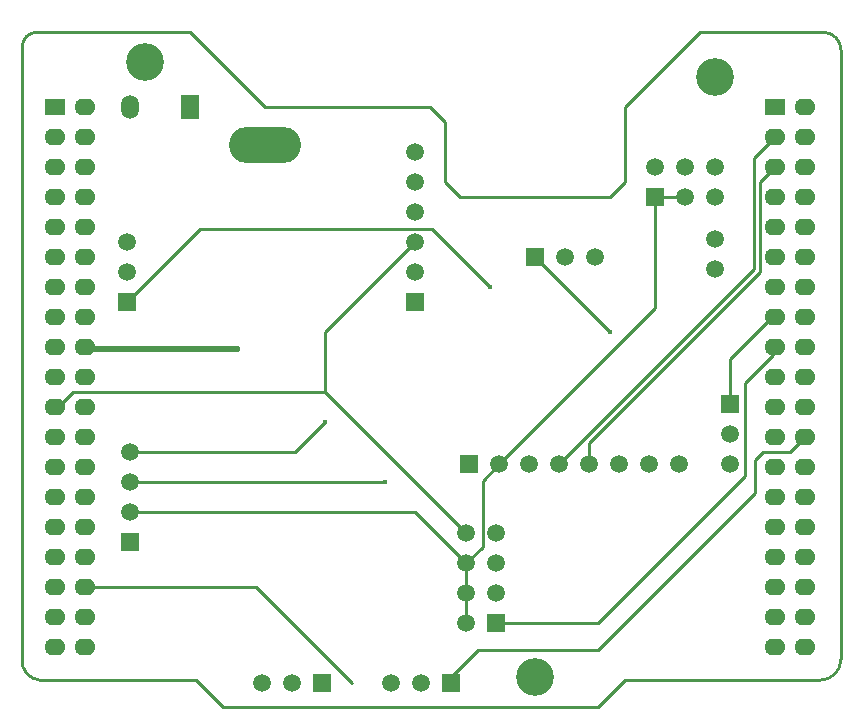
<source format=gtl>
G04*
G04 #@! TF.GenerationSoftware,Altium Limited,Altium Designer,20.0.2 (26)*
G04*
G04 Layer_Physical_Order=1*
G04 Layer_Color=255*
%FSLAX24Y24*%
%MOIN*%
G70*
G01*
G75*
%ADD12C,0.0100*%
%ADD23C,0.0230*%
%ADD25C,0.0197*%
%ADD26O,0.2400X0.1200*%
%ADD27C,0.0591*%
%ADD28R,0.0591X0.0591*%
%ADD29O,0.0700X0.0550*%
%ADD30R,0.0700X0.0550*%
%ADD31O,0.0600X0.0787*%
%ADD32R,0.0600X0.0787*%
%ADD33R,0.0591X0.0591*%
%ADD34C,0.1260*%
%ADD35C,0.0150*%
G36*
X12000Y21000D02*
D01*
D02*
G37*
D12*
X15000Y13000D02*
X17500Y10500D01*
X13800Y6100D02*
X19000Y11300D01*
Y15000D01*
X8000Y10500D02*
X11000Y13500D01*
X8000Y8500D02*
Y10500D01*
X11555Y13945D02*
X13500Y12000D01*
X3845Y13945D02*
X11555D01*
X1400Y11500D02*
X3845Y13945D01*
X13700Y700D02*
X13800Y800D01*
X19000Y15000D02*
X20000D01*
X22300Y16300D02*
X23000Y17000D01*
X22300Y12600D02*
Y16300D01*
X15800Y6100D02*
X22300Y12600D01*
X22500Y15500D02*
X23000Y16000D01*
X22500Y12517D02*
Y15500D01*
X16800Y6817D02*
X22500Y12517D01*
X1500Y5500D02*
X10000D01*
X7000Y6500D02*
X8000Y7500D01*
X1500Y6500D02*
X7000D01*
X-400Y8500D02*
X8000D01*
X11000Y4500D02*
X12700Y2800D01*
X1500Y4500D02*
X11000D01*
X-825Y8075D02*
X-400Y8500D01*
X-925Y8075D02*
X-825D01*
X23500Y6500D02*
X24000Y7000D01*
X22600Y6500D02*
X23500D01*
X22324Y6224D02*
X22600Y6500D01*
X22324Y5124D02*
Y6224D01*
X22000Y8800D02*
X22925Y9725D01*
X22000Y5700D02*
Y8800D01*
X17100Y800D02*
X22000Y5700D01*
X22925Y9725D02*
Y9925D01*
X0Y2000D02*
X5700D01*
X8900Y-1200D01*
X17100Y-100D02*
X22324Y5124D01*
X13100Y-100D02*
X17100D01*
X13800Y800D02*
X17100D01*
X22925Y9925D02*
X23000Y10000D01*
X12000Y-1200D02*
X13100Y-100D01*
X22900Y11000D02*
X23000D01*
X21500Y9600D02*
X22900Y11000D01*
X21500Y8100D02*
Y9600D01*
X16800Y6100D02*
Y6817D01*
X8000Y8500D02*
X12700Y3800D01*
X-1000Y8000D02*
X-925Y8075D01*
X12700Y2800D02*
X13250Y3350D01*
Y5550D01*
X13800Y6100D01*
X12700Y1800D02*
Y2800D01*
Y800D02*
Y1800D01*
X25200Y19900D02*
G03*
X24600Y20500I-600J0D01*
G01*
X-2100Y-400D02*
G03*
X-1500Y-1100I650J-50D01*
G01*
X-1600Y20500D02*
G03*
X-2100Y20000I0J-500D01*
G01*
X24500Y-1100D02*
G03*
X25200Y-400I0J700D01*
G01*
X-1600Y20500D02*
X3500D01*
X20500D02*
X24600D01*
X11500Y18000D02*
X12000Y17500D01*
X6000Y18000D02*
X11500D01*
X12000Y15500D02*
Y17500D01*
X3500Y20500D02*
X6000Y18000D01*
X12000Y15500D02*
X12500Y15000D01*
X17500D01*
X18000Y15500D01*
Y18000D01*
X20500Y20500D01*
X3700Y-1100D02*
X4600Y-2000D01*
X18000Y-1100D02*
X24500D01*
X17100Y-2000D02*
X18000Y-1100D01*
X-1500Y-1100D02*
X3700D01*
X25200Y19900D02*
X25200Y-400D01*
X-2100D02*
X-2100Y20000D01*
X4600Y-2000D02*
X17100D01*
D23*
X5050Y9950D02*
D03*
D25*
X50D02*
X5050D01*
X0Y10000D02*
X50Y9950D01*
D26*
X6000Y16750D02*
D03*
D27*
X21000Y12600D02*
D03*
Y13600D02*
D03*
X16000Y13000D02*
D03*
X17000D02*
D03*
X19800Y6100D02*
D03*
X18800D02*
D03*
X17800D02*
D03*
X16800D02*
D03*
X15800D02*
D03*
X14800D02*
D03*
X13800D02*
D03*
X21000Y16000D02*
D03*
Y15000D02*
D03*
X20000Y16000D02*
D03*
Y15000D02*
D03*
X19000Y16000D02*
D03*
X11000Y16500D02*
D03*
Y15500D02*
D03*
Y14500D02*
D03*
Y13500D02*
D03*
Y12500D02*
D03*
X1500Y6500D02*
D03*
Y5500D02*
D03*
Y4500D02*
D03*
X12700Y800D02*
D03*
X13700Y1800D02*
D03*
X12700D02*
D03*
X13700Y2800D02*
D03*
X12700D02*
D03*
X13700Y3800D02*
D03*
X12700D02*
D03*
X1400Y13500D02*
D03*
Y12500D02*
D03*
X21500Y6100D02*
D03*
Y7100D02*
D03*
X5900Y-1200D02*
D03*
X6900D02*
D03*
X10200D02*
D03*
X11200D02*
D03*
D28*
X15000Y13000D02*
D03*
X12800Y6100D02*
D03*
X19000Y15000D02*
D03*
X7900Y-1200D02*
D03*
X12200D02*
D03*
D29*
X24000Y18000D02*
D03*
Y6000D02*
D03*
Y7000D02*
D03*
Y8000D02*
D03*
Y10000D02*
D03*
Y11000D02*
D03*
Y12000D02*
D03*
Y13000D02*
D03*
Y14000D02*
D03*
Y15000D02*
D03*
Y2000D02*
D03*
Y0D02*
D03*
Y1000D02*
D03*
Y16000D02*
D03*
Y17000D02*
D03*
Y5000D02*
D03*
Y3000D02*
D03*
Y4000D02*
D03*
Y9000D02*
D03*
X23000D02*
D03*
Y4000D02*
D03*
Y3000D02*
D03*
Y5000D02*
D03*
Y17000D02*
D03*
Y16000D02*
D03*
Y1000D02*
D03*
Y0D02*
D03*
Y2000D02*
D03*
Y15000D02*
D03*
Y14000D02*
D03*
Y13000D02*
D03*
Y12000D02*
D03*
Y11000D02*
D03*
Y10000D02*
D03*
Y8000D02*
D03*
Y7000D02*
D03*
Y6000D02*
D03*
X0Y18000D02*
D03*
Y6000D02*
D03*
Y7000D02*
D03*
Y8000D02*
D03*
Y10000D02*
D03*
Y11000D02*
D03*
Y12000D02*
D03*
Y13000D02*
D03*
Y14000D02*
D03*
Y15000D02*
D03*
Y2000D02*
D03*
Y0D02*
D03*
Y1000D02*
D03*
Y16000D02*
D03*
Y17000D02*
D03*
Y5000D02*
D03*
Y3000D02*
D03*
Y4000D02*
D03*
Y9000D02*
D03*
X-1000D02*
D03*
Y4000D02*
D03*
Y3000D02*
D03*
Y5000D02*
D03*
Y17000D02*
D03*
Y16000D02*
D03*
Y1000D02*
D03*
Y0D02*
D03*
Y2000D02*
D03*
Y15000D02*
D03*
Y14000D02*
D03*
Y13000D02*
D03*
Y12000D02*
D03*
Y11000D02*
D03*
Y10000D02*
D03*
Y8000D02*
D03*
Y7000D02*
D03*
Y6000D02*
D03*
D30*
X23000Y18000D02*
D03*
X-1000D02*
D03*
D31*
X1500D02*
D03*
D32*
X3500D02*
D03*
D33*
X11000Y11500D02*
D03*
X1500Y3500D02*
D03*
X13700Y800D02*
D03*
X1400Y11500D02*
D03*
X21500Y8100D02*
D03*
D34*
X2000Y19500D02*
D03*
X21000Y19000D02*
D03*
X15000Y-1000D02*
D03*
D35*
X17500Y10500D02*
D03*
X13500Y12000D02*
D03*
X10000Y5500D02*
D03*
X8000Y7500D02*
D03*
M02*

</source>
